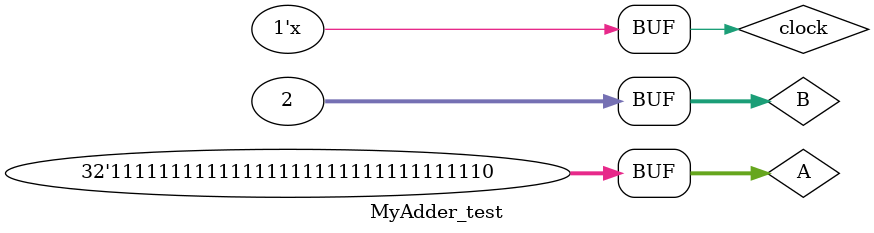
<source format=sv>
module MyAdder_test();

logic clock;
logic [31:0] A, B, S;
logic cout;

MyAdder MyAdder_tst(A, B, S, cout);

always begin 
 #1 clock = ~clock;
end

initial begin
	clock = 0;
	A = 2593;
	B = 2940;
	
	#5 A = 32'hfffffffe;
	   B = 1;
	#5 B = 2;
	
end

endmodule
</source>
